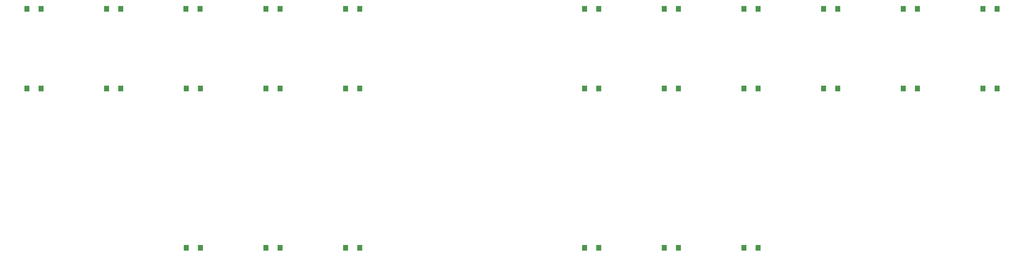
<source format=gbp>
%TF.GenerationSoftware,KiCad,Pcbnew,(5.1.9)-1*%
%TF.CreationDate,2021-01-22T21:17:42-08:00*%
%TF.ProjectId,unisplit_orthosteno,756e6973-706c-4697-945f-6f7274686f73,rev?*%
%TF.SameCoordinates,Original*%
%TF.FileFunction,Paste,Bot*%
%TF.FilePolarity,Positive*%
%FSLAX46Y46*%
G04 Gerber Fmt 4.6, Leading zero omitted, Abs format (unit mm)*
G04 Created by KiCad (PCBNEW (5.1.9)-1) date 2021-01-22 21:17:42*
%MOMM*%
%LPD*%
G01*
G04 APERTURE LIST*
%ADD10R,1.200000X1.400000*%
G04 APERTURE END LIST*
D10*
%TO.C,D25*%
X115206250Y-131762500D03*
X111806250Y-131762500D03*
%TD*%
%TO.C,D23*%
X77106250Y-131762500D03*
X73706250Y-131762500D03*
%TD*%
%TO.C,D24*%
X96156250Y-131762500D03*
X92756250Y-131762500D03*
%TD*%
%TO.C,D28*%
X210456250Y-131762500D03*
X207056250Y-131762500D03*
%TD*%
%TO.C,D27*%
X191406250Y-131762500D03*
X188006250Y-131762500D03*
%TD*%
%TO.C,D26*%
X172356250Y-131762500D03*
X168956250Y-131762500D03*
%TD*%
%TO.C,D22*%
X267606250Y-93662500D03*
X264206250Y-93662500D03*
%TD*%
%TO.C,D21*%
X248556250Y-93662500D03*
X245156250Y-93662500D03*
%TD*%
%TO.C,D20*%
X229506250Y-93662500D03*
X226106250Y-93662500D03*
%TD*%
%TO.C,D19*%
X210456250Y-93662500D03*
X207056250Y-93662500D03*
%TD*%
%TO.C,D18*%
X191406250Y-93662500D03*
X188006250Y-93662500D03*
%TD*%
%TO.C,D17*%
X172356250Y-93662500D03*
X168956250Y-93662500D03*
%TD*%
%TO.C,D16*%
X115206250Y-93662500D03*
X111806250Y-93662500D03*
%TD*%
%TO.C,D15*%
X96156250Y-93662500D03*
X92756250Y-93662500D03*
%TD*%
%TO.C,D14*%
X77106250Y-93662500D03*
X73706250Y-93662500D03*
%TD*%
%TO.C,D13*%
X58056250Y-93662500D03*
X54656250Y-93662500D03*
%TD*%
%TO.C,D12*%
X39006250Y-93662500D03*
X35606250Y-93662500D03*
%TD*%
%TO.C,D11*%
X267606250Y-74612500D03*
X264206250Y-74612500D03*
%TD*%
%TO.C,D10*%
X248556250Y-74612500D03*
X245156250Y-74612500D03*
%TD*%
%TO.C,D9*%
X229506250Y-74612500D03*
X226106250Y-74612500D03*
%TD*%
%TO.C,D8*%
X210456250Y-74612500D03*
X207056250Y-74612500D03*
%TD*%
%TO.C,D7*%
X191406250Y-74612500D03*
X188006250Y-74612500D03*
%TD*%
%TO.C,D6*%
X172356250Y-74612500D03*
X168956250Y-74612500D03*
%TD*%
%TO.C,D5*%
X115206250Y-74612500D03*
X111806250Y-74612500D03*
%TD*%
%TO.C,D4*%
X96156250Y-74612500D03*
X92756250Y-74612500D03*
%TD*%
%TO.C,D3*%
X76993750Y-74612500D03*
X73593750Y-74612500D03*
%TD*%
%TO.C,D2*%
X58056250Y-74612500D03*
X54656250Y-74612500D03*
%TD*%
%TO.C,D1*%
X39006250Y-74612500D03*
X35606250Y-74612500D03*
%TD*%
M02*

</source>
